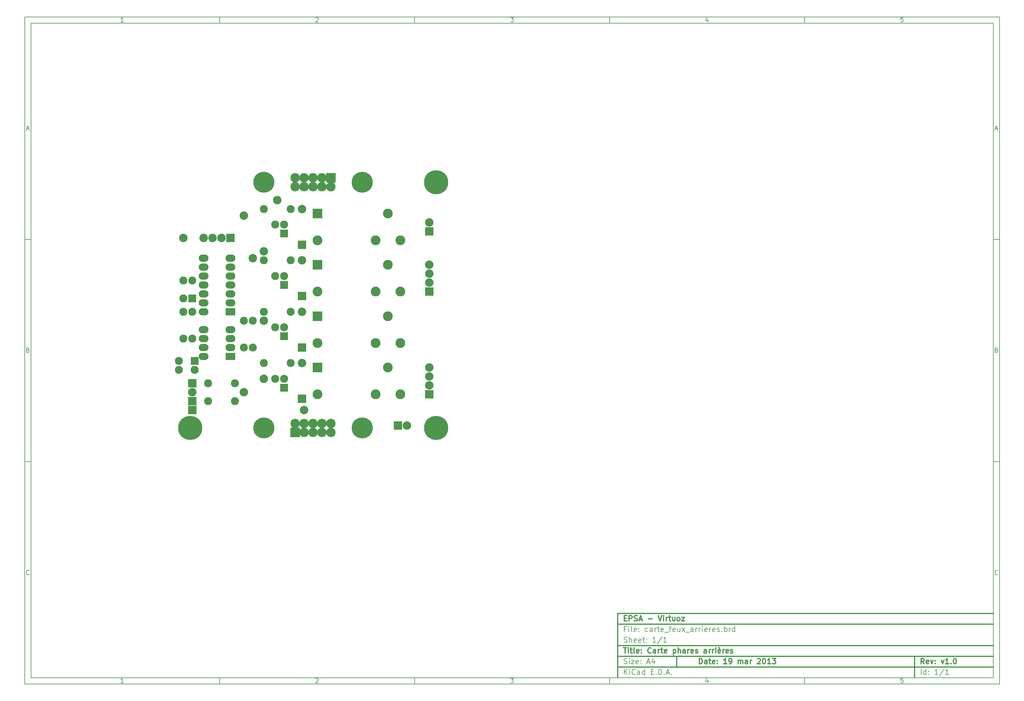
<source format=gts>
G04 (created by PCBNEW-RS274X (2012-01-19 BZR 3256)-stable) date 19/03/2013 15:20:05*
G01*
G70*
G90*
%MOIN*%
G04 Gerber Fmt 3.4, Leading zero omitted, Abs format*
%FSLAX34Y34*%
G04 APERTURE LIST*
%ADD10C,0.006000*%
%ADD11C,0.012000*%
%ADD12C,0.235000*%
%ADD13R,0.105000X0.105000*%
%ADD14C,0.105000*%
%ADD15R,0.095000X0.095000*%
%ADD16C,0.095000*%
%ADD17R,0.090000X0.090000*%
%ADD18C,0.090000*%
%ADD19R,0.110000X0.110000*%
%ADD20C,0.110000*%
%ADD21R,0.110000X0.082000*%
%ADD22O,0.110000X0.082000*%
%ADD23C,0.270000*%
G04 APERTURE END LIST*
G54D10*
X04000Y-04000D02*
X113000Y-04000D01*
X113000Y-78670D01*
X04000Y-78670D01*
X04000Y-04000D01*
X04700Y-04700D02*
X112300Y-04700D01*
X112300Y-77970D01*
X04700Y-77970D01*
X04700Y-04700D01*
X25800Y-04000D02*
X25800Y-04700D01*
X15043Y-04552D02*
X14757Y-04552D01*
X14900Y-04552D02*
X14900Y-04052D01*
X14852Y-04124D01*
X14805Y-04171D01*
X14757Y-04195D01*
X25800Y-78670D02*
X25800Y-77970D01*
X15043Y-78522D02*
X14757Y-78522D01*
X14900Y-78522D02*
X14900Y-78022D01*
X14852Y-78094D01*
X14805Y-78141D01*
X14757Y-78165D01*
X47600Y-04000D02*
X47600Y-04700D01*
X36557Y-04100D02*
X36581Y-04076D01*
X36629Y-04052D01*
X36748Y-04052D01*
X36795Y-04076D01*
X36819Y-04100D01*
X36843Y-04148D01*
X36843Y-04195D01*
X36819Y-04267D01*
X36533Y-04552D01*
X36843Y-04552D01*
X47600Y-78670D02*
X47600Y-77970D01*
X36557Y-78070D02*
X36581Y-78046D01*
X36629Y-78022D01*
X36748Y-78022D01*
X36795Y-78046D01*
X36819Y-78070D01*
X36843Y-78118D01*
X36843Y-78165D01*
X36819Y-78237D01*
X36533Y-78522D01*
X36843Y-78522D01*
X69400Y-04000D02*
X69400Y-04700D01*
X58333Y-04052D02*
X58643Y-04052D01*
X58476Y-04243D01*
X58548Y-04243D01*
X58595Y-04267D01*
X58619Y-04290D01*
X58643Y-04338D01*
X58643Y-04457D01*
X58619Y-04505D01*
X58595Y-04529D01*
X58548Y-04552D01*
X58405Y-04552D01*
X58357Y-04529D01*
X58333Y-04505D01*
X69400Y-78670D02*
X69400Y-77970D01*
X58333Y-78022D02*
X58643Y-78022D01*
X58476Y-78213D01*
X58548Y-78213D01*
X58595Y-78237D01*
X58619Y-78260D01*
X58643Y-78308D01*
X58643Y-78427D01*
X58619Y-78475D01*
X58595Y-78499D01*
X58548Y-78522D01*
X58405Y-78522D01*
X58357Y-78499D01*
X58333Y-78475D01*
X91200Y-04000D02*
X91200Y-04700D01*
X80395Y-04219D02*
X80395Y-04552D01*
X80276Y-04029D02*
X80157Y-04386D01*
X80467Y-04386D01*
X91200Y-78670D02*
X91200Y-77970D01*
X80395Y-78189D02*
X80395Y-78522D01*
X80276Y-77999D02*
X80157Y-78356D01*
X80467Y-78356D01*
X102219Y-04052D02*
X101981Y-04052D01*
X101957Y-04290D01*
X101981Y-04267D01*
X102029Y-04243D01*
X102148Y-04243D01*
X102195Y-04267D01*
X102219Y-04290D01*
X102243Y-04338D01*
X102243Y-04457D01*
X102219Y-04505D01*
X102195Y-04529D01*
X102148Y-04552D01*
X102029Y-04552D01*
X101981Y-04529D01*
X101957Y-04505D01*
X102219Y-78022D02*
X101981Y-78022D01*
X101957Y-78260D01*
X101981Y-78237D01*
X102029Y-78213D01*
X102148Y-78213D01*
X102195Y-78237D01*
X102219Y-78260D01*
X102243Y-78308D01*
X102243Y-78427D01*
X102219Y-78475D01*
X102195Y-78499D01*
X102148Y-78522D01*
X102029Y-78522D01*
X101981Y-78499D01*
X101957Y-78475D01*
X04000Y-28890D02*
X04700Y-28890D01*
X04231Y-16510D02*
X04469Y-16510D01*
X04184Y-16652D02*
X04350Y-16152D01*
X04517Y-16652D01*
X113000Y-28890D02*
X112300Y-28890D01*
X112531Y-16510D02*
X112769Y-16510D01*
X112484Y-16652D02*
X112650Y-16152D01*
X112817Y-16652D01*
X04000Y-53780D02*
X04700Y-53780D01*
X04386Y-41280D02*
X04457Y-41304D01*
X04481Y-41328D01*
X04505Y-41376D01*
X04505Y-41447D01*
X04481Y-41495D01*
X04457Y-41519D01*
X04410Y-41542D01*
X04219Y-41542D01*
X04219Y-41042D01*
X04386Y-41042D01*
X04433Y-41066D01*
X04457Y-41090D01*
X04481Y-41138D01*
X04481Y-41185D01*
X04457Y-41233D01*
X04433Y-41257D01*
X04386Y-41280D01*
X04219Y-41280D01*
X113000Y-53780D02*
X112300Y-53780D01*
X112686Y-41280D02*
X112757Y-41304D01*
X112781Y-41328D01*
X112805Y-41376D01*
X112805Y-41447D01*
X112781Y-41495D01*
X112757Y-41519D01*
X112710Y-41542D01*
X112519Y-41542D01*
X112519Y-41042D01*
X112686Y-41042D01*
X112733Y-41066D01*
X112757Y-41090D01*
X112781Y-41138D01*
X112781Y-41185D01*
X112757Y-41233D01*
X112733Y-41257D01*
X112686Y-41280D01*
X112519Y-41280D01*
X04505Y-66385D02*
X04481Y-66409D01*
X04410Y-66432D01*
X04362Y-66432D01*
X04290Y-66409D01*
X04243Y-66361D01*
X04219Y-66313D01*
X04195Y-66218D01*
X04195Y-66147D01*
X04219Y-66051D01*
X04243Y-66004D01*
X04290Y-65956D01*
X04362Y-65932D01*
X04410Y-65932D01*
X04481Y-65956D01*
X04505Y-65980D01*
X112805Y-66385D02*
X112781Y-66409D01*
X112710Y-66432D01*
X112662Y-66432D01*
X112590Y-66409D01*
X112543Y-66361D01*
X112519Y-66313D01*
X112495Y-66218D01*
X112495Y-66147D01*
X112519Y-66051D01*
X112543Y-66004D01*
X112590Y-65956D01*
X112662Y-65932D01*
X112710Y-65932D01*
X112781Y-65956D01*
X112805Y-65980D01*
G54D11*
X79443Y-76413D02*
X79443Y-75813D01*
X79586Y-75813D01*
X79671Y-75841D01*
X79729Y-75899D01*
X79757Y-75956D01*
X79786Y-76070D01*
X79786Y-76156D01*
X79757Y-76270D01*
X79729Y-76327D01*
X79671Y-76384D01*
X79586Y-76413D01*
X79443Y-76413D01*
X80300Y-76413D02*
X80300Y-76099D01*
X80271Y-76041D01*
X80214Y-76013D01*
X80100Y-76013D01*
X80043Y-76041D01*
X80300Y-76384D02*
X80243Y-76413D01*
X80100Y-76413D01*
X80043Y-76384D01*
X80014Y-76327D01*
X80014Y-76270D01*
X80043Y-76213D01*
X80100Y-76184D01*
X80243Y-76184D01*
X80300Y-76156D01*
X80500Y-76013D02*
X80729Y-76013D01*
X80586Y-75813D02*
X80586Y-76327D01*
X80614Y-76384D01*
X80672Y-76413D01*
X80729Y-76413D01*
X81157Y-76384D02*
X81100Y-76413D01*
X80986Y-76413D01*
X80929Y-76384D01*
X80900Y-76327D01*
X80900Y-76099D01*
X80929Y-76041D01*
X80986Y-76013D01*
X81100Y-76013D01*
X81157Y-76041D01*
X81186Y-76099D01*
X81186Y-76156D01*
X80900Y-76213D01*
X81443Y-76356D02*
X81471Y-76384D01*
X81443Y-76413D01*
X81414Y-76384D01*
X81443Y-76356D01*
X81443Y-76413D01*
X81443Y-76041D02*
X81471Y-76070D01*
X81443Y-76099D01*
X81414Y-76070D01*
X81443Y-76041D01*
X81443Y-76099D01*
X82500Y-76413D02*
X82157Y-76413D01*
X82329Y-76413D02*
X82329Y-75813D01*
X82272Y-75899D01*
X82214Y-75956D01*
X82157Y-75984D01*
X82785Y-76413D02*
X82900Y-76413D01*
X82957Y-76384D01*
X82985Y-76356D01*
X83043Y-76270D01*
X83071Y-76156D01*
X83071Y-75927D01*
X83043Y-75870D01*
X83014Y-75841D01*
X82957Y-75813D01*
X82843Y-75813D01*
X82785Y-75841D01*
X82757Y-75870D01*
X82728Y-75927D01*
X82728Y-76070D01*
X82757Y-76127D01*
X82785Y-76156D01*
X82843Y-76184D01*
X82957Y-76184D01*
X83014Y-76156D01*
X83043Y-76127D01*
X83071Y-76070D01*
X83785Y-76413D02*
X83785Y-76013D01*
X83785Y-76070D02*
X83813Y-76041D01*
X83871Y-76013D01*
X83956Y-76013D01*
X84013Y-76041D01*
X84042Y-76099D01*
X84042Y-76413D01*
X84042Y-76099D02*
X84071Y-76041D01*
X84128Y-76013D01*
X84213Y-76013D01*
X84271Y-76041D01*
X84299Y-76099D01*
X84299Y-76413D01*
X84842Y-76413D02*
X84842Y-76099D01*
X84813Y-76041D01*
X84756Y-76013D01*
X84642Y-76013D01*
X84585Y-76041D01*
X84842Y-76384D02*
X84785Y-76413D01*
X84642Y-76413D01*
X84585Y-76384D01*
X84556Y-76327D01*
X84556Y-76270D01*
X84585Y-76213D01*
X84642Y-76184D01*
X84785Y-76184D01*
X84842Y-76156D01*
X85128Y-76413D02*
X85128Y-76013D01*
X85128Y-76127D02*
X85156Y-76070D01*
X85185Y-76041D01*
X85242Y-76013D01*
X85299Y-76013D01*
X85927Y-75870D02*
X85956Y-75841D01*
X86013Y-75813D01*
X86156Y-75813D01*
X86213Y-75841D01*
X86242Y-75870D01*
X86270Y-75927D01*
X86270Y-75984D01*
X86242Y-76070D01*
X85899Y-76413D01*
X86270Y-76413D01*
X86641Y-75813D02*
X86698Y-75813D01*
X86755Y-75841D01*
X86784Y-75870D01*
X86813Y-75927D01*
X86841Y-76041D01*
X86841Y-76184D01*
X86813Y-76299D01*
X86784Y-76356D01*
X86755Y-76384D01*
X86698Y-76413D01*
X86641Y-76413D01*
X86584Y-76384D01*
X86555Y-76356D01*
X86527Y-76299D01*
X86498Y-76184D01*
X86498Y-76041D01*
X86527Y-75927D01*
X86555Y-75870D01*
X86584Y-75841D01*
X86641Y-75813D01*
X87412Y-76413D02*
X87069Y-76413D01*
X87241Y-76413D02*
X87241Y-75813D01*
X87184Y-75899D01*
X87126Y-75956D01*
X87069Y-75984D01*
X87612Y-75813D02*
X87983Y-75813D01*
X87783Y-76041D01*
X87869Y-76041D01*
X87926Y-76070D01*
X87955Y-76099D01*
X87983Y-76156D01*
X87983Y-76299D01*
X87955Y-76356D01*
X87926Y-76384D01*
X87869Y-76413D01*
X87697Y-76413D01*
X87640Y-76384D01*
X87612Y-76356D01*
G54D10*
X71043Y-77613D02*
X71043Y-77013D01*
X71386Y-77613D02*
X71129Y-77270D01*
X71386Y-77013D02*
X71043Y-77356D01*
X71643Y-77613D02*
X71643Y-77213D01*
X71643Y-77013D02*
X71614Y-77041D01*
X71643Y-77070D01*
X71671Y-77041D01*
X71643Y-77013D01*
X71643Y-77070D01*
X72272Y-77556D02*
X72243Y-77584D01*
X72157Y-77613D01*
X72100Y-77613D01*
X72015Y-77584D01*
X71957Y-77527D01*
X71929Y-77470D01*
X71900Y-77356D01*
X71900Y-77270D01*
X71929Y-77156D01*
X71957Y-77099D01*
X72015Y-77041D01*
X72100Y-77013D01*
X72157Y-77013D01*
X72243Y-77041D01*
X72272Y-77070D01*
X72786Y-77613D02*
X72786Y-77299D01*
X72757Y-77241D01*
X72700Y-77213D01*
X72586Y-77213D01*
X72529Y-77241D01*
X72786Y-77584D02*
X72729Y-77613D01*
X72586Y-77613D01*
X72529Y-77584D01*
X72500Y-77527D01*
X72500Y-77470D01*
X72529Y-77413D01*
X72586Y-77384D01*
X72729Y-77384D01*
X72786Y-77356D01*
X73329Y-77613D02*
X73329Y-77013D01*
X73329Y-77584D02*
X73272Y-77613D01*
X73158Y-77613D01*
X73100Y-77584D01*
X73072Y-77556D01*
X73043Y-77499D01*
X73043Y-77327D01*
X73072Y-77270D01*
X73100Y-77241D01*
X73158Y-77213D01*
X73272Y-77213D01*
X73329Y-77241D01*
X74072Y-77299D02*
X74272Y-77299D01*
X74358Y-77613D02*
X74072Y-77613D01*
X74072Y-77013D01*
X74358Y-77013D01*
X74615Y-77556D02*
X74643Y-77584D01*
X74615Y-77613D01*
X74586Y-77584D01*
X74615Y-77556D01*
X74615Y-77613D01*
X74901Y-77613D02*
X74901Y-77013D01*
X75044Y-77013D01*
X75129Y-77041D01*
X75187Y-77099D01*
X75215Y-77156D01*
X75244Y-77270D01*
X75244Y-77356D01*
X75215Y-77470D01*
X75187Y-77527D01*
X75129Y-77584D01*
X75044Y-77613D01*
X74901Y-77613D01*
X75501Y-77556D02*
X75529Y-77584D01*
X75501Y-77613D01*
X75472Y-77584D01*
X75501Y-77556D01*
X75501Y-77613D01*
X75758Y-77441D02*
X76044Y-77441D01*
X75701Y-77613D02*
X75901Y-77013D01*
X76101Y-77613D01*
X76301Y-77556D02*
X76329Y-77584D01*
X76301Y-77613D01*
X76272Y-77584D01*
X76301Y-77556D01*
X76301Y-77613D01*
G54D11*
X104586Y-76413D02*
X104386Y-76127D01*
X104243Y-76413D02*
X104243Y-75813D01*
X104471Y-75813D01*
X104529Y-75841D01*
X104557Y-75870D01*
X104586Y-75927D01*
X104586Y-76013D01*
X104557Y-76070D01*
X104529Y-76099D01*
X104471Y-76127D01*
X104243Y-76127D01*
X105071Y-76384D02*
X105014Y-76413D01*
X104900Y-76413D01*
X104843Y-76384D01*
X104814Y-76327D01*
X104814Y-76099D01*
X104843Y-76041D01*
X104900Y-76013D01*
X105014Y-76013D01*
X105071Y-76041D01*
X105100Y-76099D01*
X105100Y-76156D01*
X104814Y-76213D01*
X105300Y-76013D02*
X105443Y-76413D01*
X105585Y-76013D01*
X105814Y-76356D02*
X105842Y-76384D01*
X105814Y-76413D01*
X105785Y-76384D01*
X105814Y-76356D01*
X105814Y-76413D01*
X105814Y-76041D02*
X105842Y-76070D01*
X105814Y-76099D01*
X105785Y-76070D01*
X105814Y-76041D01*
X105814Y-76099D01*
X106500Y-76013D02*
X106643Y-76413D01*
X106785Y-76013D01*
X107328Y-76413D02*
X106985Y-76413D01*
X107157Y-76413D02*
X107157Y-75813D01*
X107100Y-75899D01*
X107042Y-75956D01*
X106985Y-75984D01*
X107585Y-76356D02*
X107613Y-76384D01*
X107585Y-76413D01*
X107556Y-76384D01*
X107585Y-76356D01*
X107585Y-76413D01*
X107985Y-75813D02*
X108042Y-75813D01*
X108099Y-75841D01*
X108128Y-75870D01*
X108157Y-75927D01*
X108185Y-76041D01*
X108185Y-76184D01*
X108157Y-76299D01*
X108128Y-76356D01*
X108099Y-76384D01*
X108042Y-76413D01*
X107985Y-76413D01*
X107928Y-76384D01*
X107899Y-76356D01*
X107871Y-76299D01*
X107842Y-76184D01*
X107842Y-76041D01*
X107871Y-75927D01*
X107899Y-75870D01*
X107928Y-75841D01*
X107985Y-75813D01*
G54D10*
X71014Y-76384D02*
X71100Y-76413D01*
X71243Y-76413D01*
X71300Y-76384D01*
X71329Y-76356D01*
X71357Y-76299D01*
X71357Y-76241D01*
X71329Y-76184D01*
X71300Y-76156D01*
X71243Y-76127D01*
X71129Y-76099D01*
X71071Y-76070D01*
X71043Y-76041D01*
X71014Y-75984D01*
X71014Y-75927D01*
X71043Y-75870D01*
X71071Y-75841D01*
X71129Y-75813D01*
X71271Y-75813D01*
X71357Y-75841D01*
X71614Y-76413D02*
X71614Y-76013D01*
X71614Y-75813D02*
X71585Y-75841D01*
X71614Y-75870D01*
X71642Y-75841D01*
X71614Y-75813D01*
X71614Y-75870D01*
X71843Y-76013D02*
X72157Y-76013D01*
X71843Y-76413D01*
X72157Y-76413D01*
X72614Y-76384D02*
X72557Y-76413D01*
X72443Y-76413D01*
X72386Y-76384D01*
X72357Y-76327D01*
X72357Y-76099D01*
X72386Y-76041D01*
X72443Y-76013D01*
X72557Y-76013D01*
X72614Y-76041D01*
X72643Y-76099D01*
X72643Y-76156D01*
X72357Y-76213D01*
X72900Y-76356D02*
X72928Y-76384D01*
X72900Y-76413D01*
X72871Y-76384D01*
X72900Y-76356D01*
X72900Y-76413D01*
X72900Y-76041D02*
X72928Y-76070D01*
X72900Y-76099D01*
X72871Y-76070D01*
X72900Y-76041D01*
X72900Y-76099D01*
X73614Y-76241D02*
X73900Y-76241D01*
X73557Y-76413D02*
X73757Y-75813D01*
X73957Y-76413D01*
X74414Y-76013D02*
X74414Y-76413D01*
X74271Y-75784D02*
X74128Y-76213D01*
X74500Y-76213D01*
X104243Y-77613D02*
X104243Y-77013D01*
X104786Y-77613D02*
X104786Y-77013D01*
X104786Y-77584D02*
X104729Y-77613D01*
X104615Y-77613D01*
X104557Y-77584D01*
X104529Y-77556D01*
X104500Y-77499D01*
X104500Y-77327D01*
X104529Y-77270D01*
X104557Y-77241D01*
X104615Y-77213D01*
X104729Y-77213D01*
X104786Y-77241D01*
X105072Y-77556D02*
X105100Y-77584D01*
X105072Y-77613D01*
X105043Y-77584D01*
X105072Y-77556D01*
X105072Y-77613D01*
X105072Y-77241D02*
X105100Y-77270D01*
X105072Y-77299D01*
X105043Y-77270D01*
X105072Y-77241D01*
X105072Y-77299D01*
X106129Y-77613D02*
X105786Y-77613D01*
X105958Y-77613D02*
X105958Y-77013D01*
X105901Y-77099D01*
X105843Y-77156D01*
X105786Y-77184D01*
X106814Y-76984D02*
X106300Y-77756D01*
X107329Y-77613D02*
X106986Y-77613D01*
X107158Y-77613D02*
X107158Y-77013D01*
X107101Y-77099D01*
X107043Y-77156D01*
X106986Y-77184D01*
G54D11*
X70957Y-74613D02*
X71300Y-74613D01*
X71129Y-75213D02*
X71129Y-74613D01*
X71500Y-75213D02*
X71500Y-74813D01*
X71500Y-74613D02*
X71471Y-74641D01*
X71500Y-74670D01*
X71528Y-74641D01*
X71500Y-74613D01*
X71500Y-74670D01*
X71700Y-74813D02*
X71929Y-74813D01*
X71786Y-74613D02*
X71786Y-75127D01*
X71814Y-75184D01*
X71872Y-75213D01*
X71929Y-75213D01*
X72215Y-75213D02*
X72157Y-75184D01*
X72129Y-75127D01*
X72129Y-74613D01*
X72671Y-75184D02*
X72614Y-75213D01*
X72500Y-75213D01*
X72443Y-75184D01*
X72414Y-75127D01*
X72414Y-74899D01*
X72443Y-74841D01*
X72500Y-74813D01*
X72614Y-74813D01*
X72671Y-74841D01*
X72700Y-74899D01*
X72700Y-74956D01*
X72414Y-75013D01*
X72957Y-75156D02*
X72985Y-75184D01*
X72957Y-75213D01*
X72928Y-75184D01*
X72957Y-75156D01*
X72957Y-75213D01*
X72957Y-74841D02*
X72985Y-74870D01*
X72957Y-74899D01*
X72928Y-74870D01*
X72957Y-74841D01*
X72957Y-74899D01*
X74043Y-75156D02*
X74014Y-75184D01*
X73928Y-75213D01*
X73871Y-75213D01*
X73786Y-75184D01*
X73728Y-75127D01*
X73700Y-75070D01*
X73671Y-74956D01*
X73671Y-74870D01*
X73700Y-74756D01*
X73728Y-74699D01*
X73786Y-74641D01*
X73871Y-74613D01*
X73928Y-74613D01*
X74014Y-74641D01*
X74043Y-74670D01*
X74557Y-75213D02*
X74557Y-74899D01*
X74528Y-74841D01*
X74471Y-74813D01*
X74357Y-74813D01*
X74300Y-74841D01*
X74557Y-75184D02*
X74500Y-75213D01*
X74357Y-75213D01*
X74300Y-75184D01*
X74271Y-75127D01*
X74271Y-75070D01*
X74300Y-75013D01*
X74357Y-74984D01*
X74500Y-74984D01*
X74557Y-74956D01*
X74843Y-75213D02*
X74843Y-74813D01*
X74843Y-74927D02*
X74871Y-74870D01*
X74900Y-74841D01*
X74957Y-74813D01*
X75014Y-74813D01*
X75128Y-74813D02*
X75357Y-74813D01*
X75214Y-74613D02*
X75214Y-75127D01*
X75242Y-75184D01*
X75300Y-75213D01*
X75357Y-75213D01*
X75785Y-75184D02*
X75728Y-75213D01*
X75614Y-75213D01*
X75557Y-75184D01*
X75528Y-75127D01*
X75528Y-74899D01*
X75557Y-74841D01*
X75614Y-74813D01*
X75728Y-74813D01*
X75785Y-74841D01*
X75814Y-74899D01*
X75814Y-74956D01*
X75528Y-75013D01*
X76528Y-74813D02*
X76528Y-75413D01*
X76528Y-74841D02*
X76585Y-74813D01*
X76699Y-74813D01*
X76756Y-74841D01*
X76785Y-74870D01*
X76814Y-74927D01*
X76814Y-75099D01*
X76785Y-75156D01*
X76756Y-75184D01*
X76699Y-75213D01*
X76585Y-75213D01*
X76528Y-75184D01*
X77071Y-75213D02*
X77071Y-74613D01*
X77328Y-75213D02*
X77328Y-74899D01*
X77299Y-74841D01*
X77242Y-74813D01*
X77157Y-74813D01*
X77099Y-74841D01*
X77071Y-74870D01*
X77871Y-75213D02*
X77871Y-74899D01*
X77842Y-74841D01*
X77785Y-74813D01*
X77671Y-74813D01*
X77614Y-74841D01*
X77871Y-75184D02*
X77814Y-75213D01*
X77671Y-75213D01*
X77614Y-75184D01*
X77585Y-75127D01*
X77585Y-75070D01*
X77614Y-75013D01*
X77671Y-74984D01*
X77814Y-74984D01*
X77871Y-74956D01*
X78157Y-75213D02*
X78157Y-74813D01*
X78157Y-74927D02*
X78185Y-74870D01*
X78214Y-74841D01*
X78271Y-74813D01*
X78328Y-74813D01*
X78756Y-75184D02*
X78699Y-75213D01*
X78585Y-75213D01*
X78528Y-75184D01*
X78499Y-75127D01*
X78499Y-74899D01*
X78528Y-74841D01*
X78585Y-74813D01*
X78699Y-74813D01*
X78756Y-74841D01*
X78785Y-74899D01*
X78785Y-74956D01*
X78499Y-75013D01*
X79013Y-75184D02*
X79070Y-75213D01*
X79185Y-75213D01*
X79242Y-75184D01*
X79270Y-75127D01*
X79270Y-75099D01*
X79242Y-75041D01*
X79185Y-75013D01*
X79099Y-75013D01*
X79042Y-74984D01*
X79013Y-74927D01*
X79013Y-74899D01*
X79042Y-74841D01*
X79099Y-74813D01*
X79185Y-74813D01*
X79242Y-74841D01*
X80242Y-75213D02*
X80242Y-74899D01*
X80213Y-74841D01*
X80156Y-74813D01*
X80042Y-74813D01*
X79985Y-74841D01*
X80242Y-75184D02*
X80185Y-75213D01*
X80042Y-75213D01*
X79985Y-75184D01*
X79956Y-75127D01*
X79956Y-75070D01*
X79985Y-75013D01*
X80042Y-74984D01*
X80185Y-74984D01*
X80242Y-74956D01*
X80528Y-75213D02*
X80528Y-74813D01*
X80528Y-74927D02*
X80556Y-74870D01*
X80585Y-74841D01*
X80642Y-74813D01*
X80699Y-74813D01*
X80899Y-75213D02*
X80899Y-74813D01*
X80899Y-74927D02*
X80927Y-74870D01*
X80956Y-74841D01*
X81013Y-74813D01*
X81070Y-74813D01*
X81270Y-75213D02*
X81270Y-74813D01*
X81270Y-74613D02*
X81241Y-74641D01*
X81270Y-74670D01*
X81298Y-74641D01*
X81270Y-74613D01*
X81270Y-74670D01*
X81784Y-75184D02*
X81727Y-75213D01*
X81613Y-75213D01*
X81556Y-75184D01*
X81527Y-75127D01*
X81527Y-74899D01*
X81556Y-74841D01*
X81613Y-74813D01*
X81727Y-74813D01*
X81784Y-74841D01*
X81813Y-74899D01*
X81813Y-74956D01*
X81527Y-75013D01*
X81613Y-74584D02*
X81699Y-74670D01*
X82070Y-75213D02*
X82070Y-74813D01*
X82070Y-74927D02*
X82098Y-74870D01*
X82127Y-74841D01*
X82184Y-74813D01*
X82241Y-74813D01*
X82669Y-75184D02*
X82612Y-75213D01*
X82498Y-75213D01*
X82441Y-75184D01*
X82412Y-75127D01*
X82412Y-74899D01*
X82441Y-74841D01*
X82498Y-74813D01*
X82612Y-74813D01*
X82669Y-74841D01*
X82698Y-74899D01*
X82698Y-74956D01*
X82412Y-75013D01*
X82926Y-75184D02*
X82983Y-75213D01*
X83098Y-75213D01*
X83155Y-75184D01*
X83183Y-75127D01*
X83183Y-75099D01*
X83155Y-75041D01*
X83098Y-75013D01*
X83012Y-75013D01*
X82955Y-74984D01*
X82926Y-74927D01*
X82926Y-74899D01*
X82955Y-74841D01*
X83012Y-74813D01*
X83098Y-74813D01*
X83155Y-74841D01*
G54D10*
X71243Y-72499D02*
X71043Y-72499D01*
X71043Y-72813D02*
X71043Y-72213D01*
X71329Y-72213D01*
X71557Y-72813D02*
X71557Y-72413D01*
X71557Y-72213D02*
X71528Y-72241D01*
X71557Y-72270D01*
X71585Y-72241D01*
X71557Y-72213D01*
X71557Y-72270D01*
X71929Y-72813D02*
X71871Y-72784D01*
X71843Y-72727D01*
X71843Y-72213D01*
X72385Y-72784D02*
X72328Y-72813D01*
X72214Y-72813D01*
X72157Y-72784D01*
X72128Y-72727D01*
X72128Y-72499D01*
X72157Y-72441D01*
X72214Y-72413D01*
X72328Y-72413D01*
X72385Y-72441D01*
X72414Y-72499D01*
X72414Y-72556D01*
X72128Y-72613D01*
X72671Y-72756D02*
X72699Y-72784D01*
X72671Y-72813D01*
X72642Y-72784D01*
X72671Y-72756D01*
X72671Y-72813D01*
X72671Y-72441D02*
X72699Y-72470D01*
X72671Y-72499D01*
X72642Y-72470D01*
X72671Y-72441D01*
X72671Y-72499D01*
X73671Y-72784D02*
X73614Y-72813D01*
X73500Y-72813D01*
X73442Y-72784D01*
X73414Y-72756D01*
X73385Y-72699D01*
X73385Y-72527D01*
X73414Y-72470D01*
X73442Y-72441D01*
X73500Y-72413D01*
X73614Y-72413D01*
X73671Y-72441D01*
X74185Y-72813D02*
X74185Y-72499D01*
X74156Y-72441D01*
X74099Y-72413D01*
X73985Y-72413D01*
X73928Y-72441D01*
X74185Y-72784D02*
X74128Y-72813D01*
X73985Y-72813D01*
X73928Y-72784D01*
X73899Y-72727D01*
X73899Y-72670D01*
X73928Y-72613D01*
X73985Y-72584D01*
X74128Y-72584D01*
X74185Y-72556D01*
X74471Y-72813D02*
X74471Y-72413D01*
X74471Y-72527D02*
X74499Y-72470D01*
X74528Y-72441D01*
X74585Y-72413D01*
X74642Y-72413D01*
X74756Y-72413D02*
X74985Y-72413D01*
X74842Y-72213D02*
X74842Y-72727D01*
X74870Y-72784D01*
X74928Y-72813D01*
X74985Y-72813D01*
X75413Y-72784D02*
X75356Y-72813D01*
X75242Y-72813D01*
X75185Y-72784D01*
X75156Y-72727D01*
X75156Y-72499D01*
X75185Y-72441D01*
X75242Y-72413D01*
X75356Y-72413D01*
X75413Y-72441D01*
X75442Y-72499D01*
X75442Y-72556D01*
X75156Y-72613D01*
X75556Y-72870D02*
X76013Y-72870D01*
X76070Y-72413D02*
X76299Y-72413D01*
X76156Y-72813D02*
X76156Y-72299D01*
X76184Y-72241D01*
X76242Y-72213D01*
X76299Y-72213D01*
X76727Y-72784D02*
X76670Y-72813D01*
X76556Y-72813D01*
X76499Y-72784D01*
X76470Y-72727D01*
X76470Y-72499D01*
X76499Y-72441D01*
X76556Y-72413D01*
X76670Y-72413D01*
X76727Y-72441D01*
X76756Y-72499D01*
X76756Y-72556D01*
X76470Y-72613D01*
X77270Y-72413D02*
X77270Y-72813D01*
X77013Y-72413D02*
X77013Y-72727D01*
X77041Y-72784D01*
X77099Y-72813D01*
X77184Y-72813D01*
X77241Y-72784D01*
X77270Y-72756D01*
X77499Y-72813D02*
X77813Y-72413D01*
X77499Y-72413D02*
X77813Y-72813D01*
X77899Y-72870D02*
X78356Y-72870D01*
X78756Y-72813D02*
X78756Y-72499D01*
X78727Y-72441D01*
X78670Y-72413D01*
X78556Y-72413D01*
X78499Y-72441D01*
X78756Y-72784D02*
X78699Y-72813D01*
X78556Y-72813D01*
X78499Y-72784D01*
X78470Y-72727D01*
X78470Y-72670D01*
X78499Y-72613D01*
X78556Y-72584D01*
X78699Y-72584D01*
X78756Y-72556D01*
X79042Y-72813D02*
X79042Y-72413D01*
X79042Y-72527D02*
X79070Y-72470D01*
X79099Y-72441D01*
X79156Y-72413D01*
X79213Y-72413D01*
X79413Y-72813D02*
X79413Y-72413D01*
X79413Y-72527D02*
X79441Y-72470D01*
X79470Y-72441D01*
X79527Y-72413D01*
X79584Y-72413D01*
X79784Y-72813D02*
X79784Y-72413D01*
X79784Y-72213D02*
X79755Y-72241D01*
X79784Y-72270D01*
X79812Y-72241D01*
X79784Y-72213D01*
X79784Y-72270D01*
X80298Y-72784D02*
X80241Y-72813D01*
X80127Y-72813D01*
X80070Y-72784D01*
X80041Y-72727D01*
X80041Y-72499D01*
X80070Y-72441D01*
X80127Y-72413D01*
X80241Y-72413D01*
X80298Y-72441D01*
X80327Y-72499D01*
X80327Y-72556D01*
X80041Y-72613D01*
X80584Y-72813D02*
X80584Y-72413D01*
X80584Y-72527D02*
X80612Y-72470D01*
X80641Y-72441D01*
X80698Y-72413D01*
X80755Y-72413D01*
X81183Y-72784D02*
X81126Y-72813D01*
X81012Y-72813D01*
X80955Y-72784D01*
X80926Y-72727D01*
X80926Y-72499D01*
X80955Y-72441D01*
X81012Y-72413D01*
X81126Y-72413D01*
X81183Y-72441D01*
X81212Y-72499D01*
X81212Y-72556D01*
X80926Y-72613D01*
X81440Y-72784D02*
X81497Y-72813D01*
X81612Y-72813D01*
X81669Y-72784D01*
X81697Y-72727D01*
X81697Y-72699D01*
X81669Y-72641D01*
X81612Y-72613D01*
X81526Y-72613D01*
X81469Y-72584D01*
X81440Y-72527D01*
X81440Y-72499D01*
X81469Y-72441D01*
X81526Y-72413D01*
X81612Y-72413D01*
X81669Y-72441D01*
X81955Y-72756D02*
X81983Y-72784D01*
X81955Y-72813D01*
X81926Y-72784D01*
X81955Y-72756D01*
X81955Y-72813D01*
X82241Y-72813D02*
X82241Y-72213D01*
X82241Y-72441D02*
X82298Y-72413D01*
X82412Y-72413D01*
X82469Y-72441D01*
X82498Y-72470D01*
X82527Y-72527D01*
X82527Y-72699D01*
X82498Y-72756D01*
X82469Y-72784D01*
X82412Y-72813D01*
X82298Y-72813D01*
X82241Y-72784D01*
X82784Y-72813D02*
X82784Y-72413D01*
X82784Y-72527D02*
X82812Y-72470D01*
X82841Y-72441D01*
X82898Y-72413D01*
X82955Y-72413D01*
X83412Y-72813D02*
X83412Y-72213D01*
X83412Y-72784D02*
X83355Y-72813D01*
X83241Y-72813D01*
X83183Y-72784D01*
X83155Y-72756D01*
X83126Y-72699D01*
X83126Y-72527D01*
X83155Y-72470D01*
X83183Y-72441D01*
X83241Y-72413D01*
X83355Y-72413D01*
X83412Y-72441D01*
X71014Y-73984D02*
X71100Y-74013D01*
X71243Y-74013D01*
X71300Y-73984D01*
X71329Y-73956D01*
X71357Y-73899D01*
X71357Y-73841D01*
X71329Y-73784D01*
X71300Y-73756D01*
X71243Y-73727D01*
X71129Y-73699D01*
X71071Y-73670D01*
X71043Y-73641D01*
X71014Y-73584D01*
X71014Y-73527D01*
X71043Y-73470D01*
X71071Y-73441D01*
X71129Y-73413D01*
X71271Y-73413D01*
X71357Y-73441D01*
X71614Y-74013D02*
X71614Y-73413D01*
X71871Y-74013D02*
X71871Y-73699D01*
X71842Y-73641D01*
X71785Y-73613D01*
X71700Y-73613D01*
X71642Y-73641D01*
X71614Y-73670D01*
X72385Y-73984D02*
X72328Y-74013D01*
X72214Y-74013D01*
X72157Y-73984D01*
X72128Y-73927D01*
X72128Y-73699D01*
X72157Y-73641D01*
X72214Y-73613D01*
X72328Y-73613D01*
X72385Y-73641D01*
X72414Y-73699D01*
X72414Y-73756D01*
X72128Y-73813D01*
X72899Y-73984D02*
X72842Y-74013D01*
X72728Y-74013D01*
X72671Y-73984D01*
X72642Y-73927D01*
X72642Y-73699D01*
X72671Y-73641D01*
X72728Y-73613D01*
X72842Y-73613D01*
X72899Y-73641D01*
X72928Y-73699D01*
X72928Y-73756D01*
X72642Y-73813D01*
X73099Y-73613D02*
X73328Y-73613D01*
X73185Y-73413D02*
X73185Y-73927D01*
X73213Y-73984D01*
X73271Y-74013D01*
X73328Y-74013D01*
X73528Y-73956D02*
X73556Y-73984D01*
X73528Y-74013D01*
X73499Y-73984D01*
X73528Y-73956D01*
X73528Y-74013D01*
X73528Y-73641D02*
X73556Y-73670D01*
X73528Y-73699D01*
X73499Y-73670D01*
X73528Y-73641D01*
X73528Y-73699D01*
X74585Y-74013D02*
X74242Y-74013D01*
X74414Y-74013D02*
X74414Y-73413D01*
X74357Y-73499D01*
X74299Y-73556D01*
X74242Y-73584D01*
X75270Y-73384D02*
X74756Y-74156D01*
X75785Y-74013D02*
X75442Y-74013D01*
X75614Y-74013D02*
X75614Y-73413D01*
X75557Y-73499D01*
X75499Y-73556D01*
X75442Y-73584D01*
G54D11*
X71043Y-71299D02*
X71243Y-71299D01*
X71329Y-71613D02*
X71043Y-71613D01*
X71043Y-71013D01*
X71329Y-71013D01*
X71586Y-71613D02*
X71586Y-71013D01*
X71814Y-71013D01*
X71872Y-71041D01*
X71900Y-71070D01*
X71929Y-71127D01*
X71929Y-71213D01*
X71900Y-71270D01*
X71872Y-71299D01*
X71814Y-71327D01*
X71586Y-71327D01*
X72157Y-71584D02*
X72243Y-71613D01*
X72386Y-71613D01*
X72443Y-71584D01*
X72472Y-71556D01*
X72500Y-71499D01*
X72500Y-71441D01*
X72472Y-71384D01*
X72443Y-71356D01*
X72386Y-71327D01*
X72272Y-71299D01*
X72214Y-71270D01*
X72186Y-71241D01*
X72157Y-71184D01*
X72157Y-71127D01*
X72186Y-71070D01*
X72214Y-71041D01*
X72272Y-71013D01*
X72414Y-71013D01*
X72500Y-71041D01*
X72728Y-71441D02*
X73014Y-71441D01*
X72671Y-71613D02*
X72871Y-71013D01*
X73071Y-71613D01*
X73728Y-71384D02*
X74185Y-71384D01*
X74842Y-71013D02*
X75042Y-71613D01*
X75242Y-71013D01*
X75442Y-71613D02*
X75442Y-71213D01*
X75442Y-71013D02*
X75413Y-71041D01*
X75442Y-71070D01*
X75470Y-71041D01*
X75442Y-71013D01*
X75442Y-71070D01*
X75728Y-71613D02*
X75728Y-71213D01*
X75728Y-71327D02*
X75756Y-71270D01*
X75785Y-71241D01*
X75842Y-71213D01*
X75899Y-71213D01*
X76013Y-71213D02*
X76242Y-71213D01*
X76099Y-71013D02*
X76099Y-71527D01*
X76127Y-71584D01*
X76185Y-71613D01*
X76242Y-71613D01*
X76699Y-71213D02*
X76699Y-71613D01*
X76442Y-71213D02*
X76442Y-71527D01*
X76470Y-71584D01*
X76528Y-71613D01*
X76613Y-71613D01*
X76670Y-71584D01*
X76699Y-71556D01*
X77071Y-71613D02*
X77013Y-71584D01*
X76985Y-71556D01*
X76956Y-71499D01*
X76956Y-71327D01*
X76985Y-71270D01*
X77013Y-71241D01*
X77071Y-71213D01*
X77156Y-71213D01*
X77213Y-71241D01*
X77242Y-71270D01*
X77271Y-71327D01*
X77271Y-71499D01*
X77242Y-71556D01*
X77213Y-71584D01*
X77156Y-71613D01*
X77071Y-71613D01*
X77471Y-71213D02*
X77785Y-71213D01*
X77471Y-71613D01*
X77785Y-71613D01*
X70300Y-70770D02*
X70300Y-77970D01*
X70300Y-71970D02*
X112300Y-71970D01*
X70300Y-70770D02*
X112300Y-70770D01*
X70300Y-74370D02*
X112300Y-74370D01*
X103500Y-75570D02*
X103500Y-77970D01*
X70300Y-76770D02*
X112300Y-76770D01*
X70300Y-75570D02*
X112300Y-75570D01*
X76900Y-75570D02*
X76900Y-76770D01*
G54D12*
X30750Y-50000D03*
X41750Y-50000D03*
G54D13*
X34250Y-50500D03*
G54D14*
X34250Y-49500D03*
X35250Y-50500D03*
X35250Y-49500D03*
X36250Y-50500D03*
X36250Y-49500D03*
X37250Y-50500D03*
X37250Y-49500D03*
X38250Y-50500D03*
X38250Y-49500D03*
G54D12*
X41750Y-22500D03*
X30750Y-22500D03*
G54D13*
X38250Y-22000D03*
G54D14*
X38250Y-23000D03*
X37250Y-22000D03*
X37250Y-23000D03*
X36250Y-22000D03*
X36250Y-23000D03*
X35250Y-22000D03*
X35250Y-23000D03*
X34250Y-22000D03*
X34250Y-23000D03*
G54D15*
X49250Y-28000D03*
G54D16*
X49250Y-27000D03*
X49250Y-43250D03*
X49250Y-44250D03*
G54D15*
X49250Y-46250D03*
G54D16*
X49250Y-45250D03*
X49250Y-31750D03*
X49250Y-32750D03*
G54D15*
X49250Y-34750D03*
G54D16*
X49250Y-33750D03*
G54D15*
X45750Y-49750D03*
G54D16*
X46750Y-49750D03*
G54D17*
X33000Y-34000D03*
G54D18*
X33000Y-33000D03*
X32000Y-33000D03*
G54D17*
X33000Y-39750D03*
G54D18*
X33000Y-38750D03*
X32000Y-38750D03*
G54D17*
X33000Y-45500D03*
G54D18*
X33000Y-44500D03*
X32000Y-44500D03*
G54D17*
X33000Y-28250D03*
G54D18*
X33000Y-27250D03*
X32000Y-27250D03*
G54D19*
X36750Y-37500D03*
G54D20*
X36750Y-40500D03*
X43246Y-40500D03*
X46002Y-40500D03*
X44624Y-37500D03*
G54D19*
X36750Y-31750D03*
G54D20*
X36750Y-34750D03*
X43246Y-34750D03*
X46002Y-34750D03*
X44624Y-31750D03*
G54D19*
X36750Y-43250D03*
G54D20*
X36750Y-46250D03*
X43246Y-46250D03*
X46002Y-46250D03*
X44624Y-43250D03*
G54D19*
X36750Y-26000D03*
G54D20*
X36750Y-29000D03*
X43246Y-29000D03*
X46002Y-29000D03*
X44624Y-26000D03*
G54D16*
X35000Y-37000D03*
G54D15*
X35000Y-41000D03*
G54D16*
X35000Y-31250D03*
G54D15*
X35000Y-35250D03*
G54D16*
X35000Y-42750D03*
G54D15*
X35000Y-46750D03*
G54D16*
X35000Y-25500D03*
G54D15*
X35000Y-29500D03*
G54D18*
X27500Y-45000D03*
X24500Y-45000D03*
X27500Y-47000D03*
X24500Y-47000D03*
X33750Y-37000D03*
X30750Y-37000D03*
X33750Y-31250D03*
X30750Y-31250D03*
X33750Y-42750D03*
X30750Y-42750D03*
X33750Y-25500D03*
X30750Y-25500D03*
X28500Y-38000D03*
X28500Y-41000D03*
X29500Y-41000D03*
X29500Y-38000D03*
X22750Y-37000D03*
X22750Y-40000D03*
X21750Y-40000D03*
X21750Y-37000D03*
G54D16*
X24000Y-28750D03*
X25000Y-28750D03*
G54D15*
X27000Y-28750D03*
G54D16*
X26000Y-28750D03*
G54D15*
X22750Y-47000D03*
X22750Y-48000D03*
X22750Y-45000D03*
G54D16*
X22750Y-46000D03*
G54D21*
X27000Y-42000D03*
G54D22*
X27000Y-41000D03*
X27000Y-40000D03*
X27000Y-39000D03*
X24000Y-39000D03*
X24000Y-40000D03*
X24000Y-41000D03*
X24000Y-42000D03*
G54D21*
X27000Y-37000D03*
G54D22*
X27000Y-36000D03*
X27000Y-35000D03*
X27000Y-34000D03*
X27000Y-33000D03*
X27000Y-32000D03*
X27000Y-31000D03*
X24000Y-31000D03*
X24000Y-32000D03*
X24000Y-33000D03*
X24000Y-34000D03*
X24000Y-35000D03*
X24000Y-36000D03*
X24000Y-37000D03*
G54D17*
X23000Y-42500D03*
G54D18*
X23000Y-43500D03*
G54D17*
X22750Y-35500D03*
G54D18*
X21750Y-35500D03*
X21250Y-42500D03*
X21250Y-43500D03*
X22750Y-33500D03*
X21750Y-33500D03*
G54D23*
X22500Y-50000D03*
X50000Y-50000D03*
X50000Y-22500D03*
G54D16*
X35250Y-48000D03*
X32250Y-24500D03*
X30750Y-30250D03*
X30750Y-38000D03*
X30750Y-44500D03*
X21750Y-28750D03*
X28500Y-46000D03*
X29500Y-31000D03*
X28500Y-26250D03*
M02*

</source>
